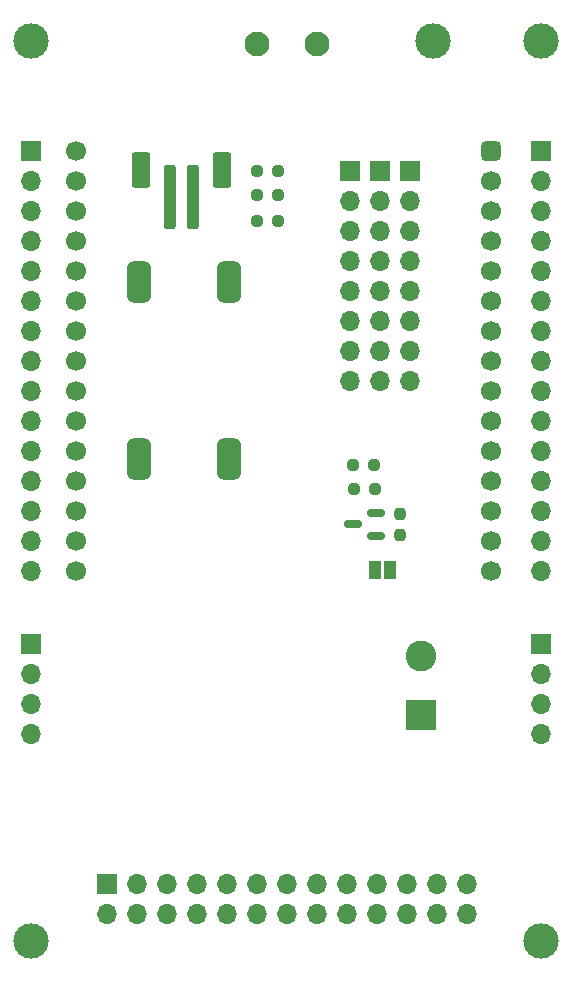
<source format=gbs>
G04 #@! TF.GenerationSoftware,KiCad,Pcbnew,(6.0.7)*
G04 #@! TF.CreationDate,2023-01-29T13:56:44+08:00*
G04 #@! TF.ProjectId,mainBoard,6d61696e-426f-4617-9264-2e6b69636164,rev?*
G04 #@! TF.SameCoordinates,Original*
G04 #@! TF.FileFunction,Soldermask,Bot*
G04 #@! TF.FilePolarity,Negative*
%FSLAX46Y46*%
G04 Gerber Fmt 4.6, Leading zero omitted, Abs format (unit mm)*
G04 Created by KiCad (PCBNEW (6.0.7)) date 2023-01-29 13:56:44*
%MOMM*%
%LPD*%
G01*
G04 APERTURE LIST*
G04 Aperture macros list*
%AMRoundRect*
0 Rectangle with rounded corners*
0 $1 Rounding radius*
0 $2 $3 $4 $5 $6 $7 $8 $9 X,Y pos of 4 corners*
0 Add a 4 corners polygon primitive as box body*
4,1,4,$2,$3,$4,$5,$6,$7,$8,$9,$2,$3,0*
0 Add four circle primitives for the rounded corners*
1,1,$1+$1,$2,$3*
1,1,$1+$1,$4,$5*
1,1,$1+$1,$6,$7*
1,1,$1+$1,$8,$9*
0 Add four rect primitives between the rounded corners*
20,1,$1+$1,$2,$3,$4,$5,0*
20,1,$1+$1,$4,$5,$6,$7,0*
20,1,$1+$1,$6,$7,$8,$9,0*
20,1,$1+$1,$8,$9,$2,$3,0*%
G04 Aperture macros list end*
%ADD10R,1.700000X1.700000*%
%ADD11O,1.700000X1.700000*%
%ADD12C,3.000000*%
%ADD13RoundRect,0.425000X-0.425000X-0.425000X0.425000X-0.425000X0.425000X0.425000X-0.425000X0.425000X0*%
%ADD14C,1.700000*%
%ADD15C,2.100000*%
%ADD16RoundRect,0.237500X0.237500X-0.250000X0.237500X0.250000X-0.237500X0.250000X-0.237500X-0.250000X0*%
%ADD17RoundRect,0.500000X-0.500000X1.250000X-0.500000X-1.250000X0.500000X-1.250000X0.500000X1.250000X0*%
%ADD18R,1.000000X1.500000*%
%ADD19RoundRect,0.150000X0.587500X0.150000X-0.587500X0.150000X-0.587500X-0.150000X0.587500X-0.150000X0*%
%ADD20RoundRect,0.237500X0.250000X0.237500X-0.250000X0.237500X-0.250000X-0.237500X0.250000X-0.237500X0*%
%ADD21R,2.600000X2.600000*%
%ADD22C,2.600000*%
%ADD23RoundRect,0.250000X0.250000X2.500000X-0.250000X2.500000X-0.250000X-2.500000X0.250000X-2.500000X0*%
%ADD24RoundRect,0.250000X0.550000X1.250000X-0.550000X1.250000X-0.550000X-1.250000X0.550000X-1.250000X0*%
%ADD25RoundRect,0.237500X-0.250000X-0.237500X0.250000X-0.237500X0.250000X0.237500X-0.250000X0.237500X0*%
G04 APERTURE END LIST*
D10*
X127000000Y-70305000D03*
D11*
X127000000Y-72845000D03*
X127000000Y-75385000D03*
X127000000Y-77925000D03*
X127000000Y-80465000D03*
X127000000Y-83005000D03*
X127000000Y-85545000D03*
X127000000Y-88085000D03*
X127000000Y-90625000D03*
X127000000Y-93165000D03*
X127000000Y-95705000D03*
X127000000Y-98245000D03*
X127000000Y-100785000D03*
X127000000Y-103325000D03*
X127000000Y-105865000D03*
D12*
X170180000Y-137160000D03*
D13*
X165953000Y-70305000D03*
D14*
X165953000Y-72845000D03*
X165953000Y-75385000D03*
X165953000Y-77925000D03*
X165953000Y-80465000D03*
X165953000Y-83005000D03*
X165953000Y-85545000D03*
X165953000Y-88085000D03*
X165953000Y-90625000D03*
X165953000Y-93165000D03*
X165953000Y-95705000D03*
X165953000Y-98245000D03*
X165953000Y-100785000D03*
X165953000Y-103325000D03*
X165953000Y-105865000D03*
X130745000Y-70305000D03*
X130745000Y-72845000D03*
X130745000Y-75385000D03*
X130745000Y-77925000D03*
X130745000Y-80465000D03*
X130745000Y-83005000D03*
X130745000Y-85545000D03*
X130745000Y-88085000D03*
X130745000Y-90625000D03*
X130745000Y-93165000D03*
X130745000Y-95705000D03*
X130745000Y-98245000D03*
X130745000Y-100785000D03*
X130745000Y-103325000D03*
X130745000Y-105865000D03*
D12*
X127000000Y-137160000D03*
X127000000Y-60960000D03*
X161000000Y-61000000D03*
D10*
X170180000Y-70305000D03*
D11*
X170180000Y-72845000D03*
X170180000Y-75385000D03*
X170180000Y-77925000D03*
X170180000Y-80465000D03*
X170180000Y-83005000D03*
X170180000Y-85545000D03*
X170180000Y-88085000D03*
X170180000Y-90625000D03*
X170180000Y-93165000D03*
X170180000Y-95705000D03*
X170180000Y-98245000D03*
X170180000Y-100785000D03*
X170180000Y-103325000D03*
X170180000Y-105865000D03*
D15*
X146100000Y-61200000D03*
D10*
X170180000Y-112000000D03*
D11*
X170180000Y-114540000D03*
X170180000Y-117080000D03*
X170180000Y-119620000D03*
D12*
X170180000Y-60960000D03*
D10*
X127000000Y-112000000D03*
D11*
X127000000Y-114540000D03*
X127000000Y-117080000D03*
X127000000Y-119620000D03*
D15*
X151180000Y-61200000D03*
D16*
X158200000Y-102812500D03*
X158200000Y-100987500D03*
D17*
X143720000Y-81400000D03*
X136100000Y-81400000D03*
X143720000Y-96400000D03*
X136100000Y-96400000D03*
D10*
X154000000Y-72000000D03*
D11*
X154000000Y-74540000D03*
X154000000Y-77080000D03*
X154000000Y-79620000D03*
X154000000Y-82160000D03*
X154000000Y-84700000D03*
X154000000Y-87240000D03*
X154000000Y-89780000D03*
D18*
X156100000Y-105750000D03*
X157400000Y-105750000D03*
D19*
X156137500Y-100950000D03*
X156137500Y-102850000D03*
X154262500Y-101900000D03*
D20*
X147912500Y-72000000D03*
X146087500Y-72000000D03*
D10*
X133365000Y-132350000D03*
D11*
X135905000Y-132350000D03*
X138445000Y-132350000D03*
X140985000Y-132350000D03*
X143525000Y-132350000D03*
X146065000Y-132350000D03*
X148605000Y-132350000D03*
X151145000Y-132350000D03*
X153685000Y-132350000D03*
X156225000Y-132350000D03*
X158765000Y-132350000D03*
X161305000Y-132350000D03*
X163845000Y-132350000D03*
X133365000Y-134890000D03*
X135905000Y-134890000D03*
X138445000Y-134890000D03*
X140985000Y-134890000D03*
X143525000Y-134890000D03*
X146065000Y-134890000D03*
X148605000Y-134890000D03*
X151145000Y-134890000D03*
X153685000Y-134890000D03*
X156225000Y-134890000D03*
X158765000Y-134890000D03*
X161305000Y-134890000D03*
X163845000Y-134890000D03*
D21*
X160000000Y-118000000D03*
D22*
X160000000Y-113000000D03*
D23*
X140700000Y-74160000D03*
X138700000Y-74160000D03*
D24*
X136300000Y-71910000D03*
X143100000Y-71910000D03*
D10*
X156540000Y-72000000D03*
D11*
X156540000Y-74540000D03*
X156540000Y-77080000D03*
X156540000Y-79620000D03*
X156540000Y-82160000D03*
X156540000Y-84700000D03*
X156540000Y-87240000D03*
X156540000Y-89780000D03*
D25*
X154287500Y-98900000D03*
X156112500Y-98900000D03*
D10*
X159080000Y-72000000D03*
D11*
X159080000Y-74540000D03*
X159080000Y-77080000D03*
X159080000Y-79620000D03*
X159080000Y-82160000D03*
X159080000Y-84700000D03*
X159080000Y-87240000D03*
X159080000Y-89780000D03*
D25*
X146087500Y-76200000D03*
X147912500Y-76200000D03*
D20*
X156025000Y-96900000D03*
X154200000Y-96900000D03*
X147912500Y-74000000D03*
X146087500Y-74000000D03*
M02*

</source>
